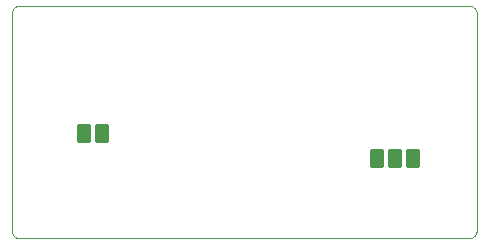
<source format=gbp>
G75*
%MOIN*%
%OFA0B0*%
%FSLAX24Y24*%
%IPPOS*%
%LPD*%
%AMOC8*
5,1,8,0,0,1.08239X$1,22.5*
%
%ADD10C,0.0000*%
%ADD11C,0.0101*%
D10*
X000425Y000238D02*
X015425Y000238D01*
X015455Y000240D01*
X015485Y000245D01*
X015514Y000254D01*
X015541Y000267D01*
X015567Y000282D01*
X015591Y000301D01*
X015612Y000322D01*
X015631Y000346D01*
X015646Y000372D01*
X015659Y000399D01*
X015668Y000428D01*
X015673Y000458D01*
X015675Y000488D01*
X015675Y007738D01*
X015673Y007768D01*
X015668Y007798D01*
X015659Y007827D01*
X015646Y007854D01*
X015631Y007880D01*
X015612Y007904D01*
X015591Y007925D01*
X015567Y007944D01*
X015541Y007959D01*
X015514Y007972D01*
X015485Y007981D01*
X015455Y007986D01*
X015425Y007988D01*
X000425Y007988D01*
X000395Y007986D01*
X000365Y007981D01*
X000336Y007972D01*
X000309Y007959D01*
X000283Y007944D01*
X000259Y007925D01*
X000238Y007904D01*
X000219Y007880D01*
X000204Y007854D01*
X000191Y007827D01*
X000182Y007798D01*
X000177Y007768D01*
X000175Y007738D01*
X000175Y000488D01*
X000177Y000458D01*
X000182Y000428D01*
X000191Y000399D01*
X000204Y000372D01*
X000219Y000346D01*
X000238Y000322D01*
X000259Y000301D01*
X000283Y000282D01*
X000309Y000267D01*
X000336Y000254D01*
X000365Y000245D01*
X000395Y000240D01*
X000425Y000238D01*
D11*
X002383Y004003D02*
X002743Y004003D01*
X002743Y003473D01*
X002383Y003473D01*
X002383Y004003D01*
X002383Y003573D02*
X002743Y003573D01*
X002743Y003673D02*
X002383Y003673D01*
X002383Y003773D02*
X002743Y003773D01*
X002743Y003873D02*
X002383Y003873D01*
X002383Y003973D02*
X002743Y003973D01*
X002983Y004003D02*
X003343Y004003D01*
X003343Y003473D01*
X002983Y003473D01*
X002983Y004003D01*
X002983Y003573D02*
X003343Y003573D01*
X003343Y003673D02*
X002983Y003673D01*
X002983Y003773D02*
X003343Y003773D01*
X003343Y003873D02*
X002983Y003873D01*
X002983Y003973D02*
X003343Y003973D01*
X012145Y002660D02*
X012505Y002660D01*
X012145Y002660D02*
X012145Y003190D01*
X012505Y003190D01*
X012505Y002660D01*
X012505Y002760D02*
X012145Y002760D01*
X012145Y002860D02*
X012505Y002860D01*
X012505Y002960D02*
X012145Y002960D01*
X012145Y003060D02*
X012505Y003060D01*
X012505Y003160D02*
X012145Y003160D01*
X012745Y002660D02*
X013105Y002660D01*
X012745Y002660D02*
X012745Y003190D01*
X013105Y003190D01*
X013105Y002660D01*
X013105Y002760D02*
X012745Y002760D01*
X012745Y002860D02*
X013105Y002860D01*
X013105Y002960D02*
X012745Y002960D01*
X012745Y003060D02*
X013105Y003060D01*
X013105Y003160D02*
X012745Y003160D01*
X013345Y002660D02*
X013705Y002660D01*
X013345Y002660D02*
X013345Y003190D01*
X013705Y003190D01*
X013705Y002660D01*
X013705Y002760D02*
X013345Y002760D01*
X013345Y002860D02*
X013705Y002860D01*
X013705Y002960D02*
X013345Y002960D01*
X013345Y003060D02*
X013705Y003060D01*
X013705Y003160D02*
X013345Y003160D01*
M02*

</source>
